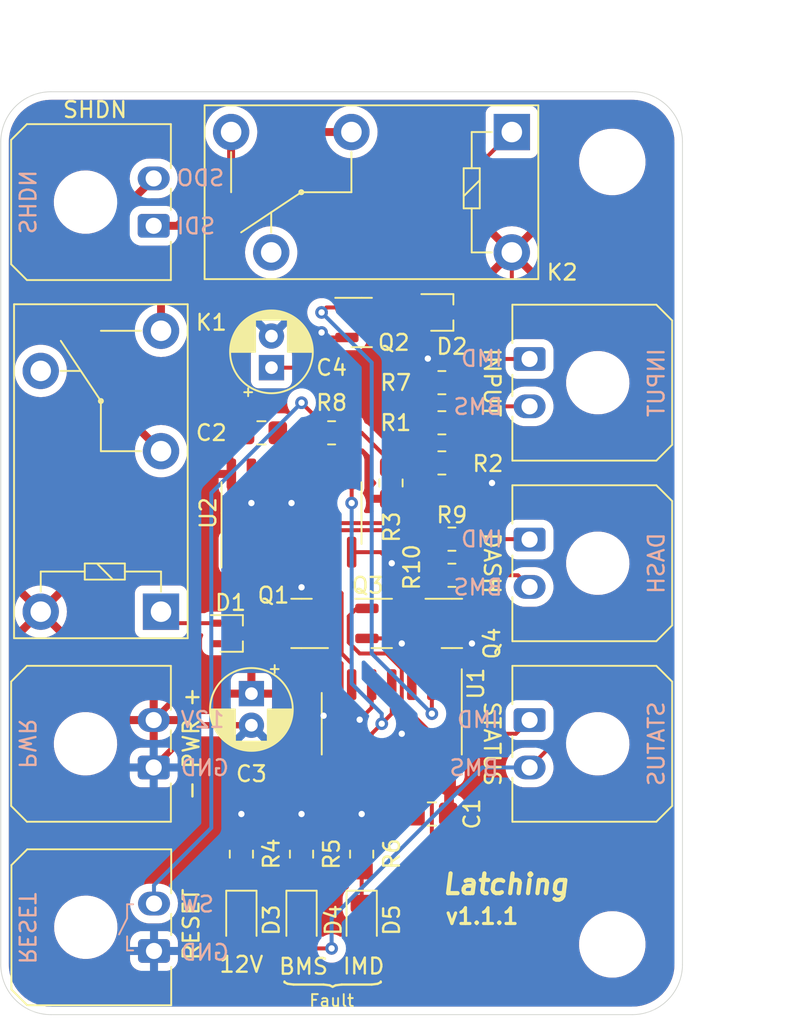
<source format=kicad_pcb>
(kicad_pcb (version 20211014) (generator pcbnew)
  (title_block (title "Latch Circuit") (date "2023-04-04") (rev "1.1.1") (company "SUFST - Southampton University Formula Student Team") (comment 1 "STAG 9") (comment 2 "Tim Brewis") (comment 3 "Max O'Brien"))
  (layers (0 "F.Cu" signal) (31 "B.Cu" signal) (34 "B.Paste" user) (35 "F.Paste" user) (36 "B.SilkS" user "B.Silkscreen") (37 "F.SilkS" user "F.Silkscreen") (38 "B.Mask" user) (39 "F.Mask" user) (44 "Edge.Cuts" user))
  (net 0 "")
  (net 1 "Net-(C4-Pad1)")
  (net 2 "GND")
  (net 3 "Net-(D1-Pad1)")
  (net 5 "+12V")
  (net 6 "Net-(D2-Pad1)")
  (net 8 "Net-(D3-Pad1)")
  (net 9 "/IMD_OK_LATCHED")
  (net 10 "Net-(D4-Pad1)")
  (net 11 "/BMS_FAULT_LATCHED")
  (net 12 "/IMD_FAULT_LATCHED")
  (net 13 "/IMD_OK")
  (net 14 "/SHUTDOWN_IN")
  (net 15 "/SHUTDOWN_OUT")
  (net 16 "Net-(K1-Pad3)")
  (net 19 "/POR")
  (net 20 "/BMS_FAULT")
  (net 21 "Net-(D5-Pad1)")
  (net 22 "Net-(J5-Pad1)")
  (net 23 "Net-(J5-Pad2)")
  (net 24 "/BMS_OK_LATCHED")
  (net 25 "Net-(R8-Pad2)")
  (net 28 "Net-(U1-Pad8)")
  (net 29 "Net-(U1-Pad6)")
  (net 30 "Net-(U2-Pad4)")
  (net 31 "Net-(Q3-Pad3)")
  (net 32 "Net-(Q4-Pad3)")
  (footprint "Resistor_SMD:R_0805_2012Metric_Pad1.20x1.40mm_HandSolder" (layer "F.Cu") (at 152.4 93.345 180)
    (fp_text reference "R8" (at 0 1.905 180) (layer "F.SilkS"))
    (fp_text value "220R")
    (pad "1" smd roundrect (at -1 0 180) (size 1.2 1.4) (layers "F.Cu" "F.Paste" "F.Mask") (roundrect_rratio 0.2083333333) (net 1 "Net-(C4-Pad1)"))
    (pad "2" smd roundrect (at 1 0 180) (size 1.2 1.4) (layers "F.Cu" "F.Paste" "F.Mask") (roundrect_rratio 0.2083333333) (net 25 "Net-(R8-Pad2)"))
  )
  (footprint "Resistor_SMD:R_0805_2012Metric_Pad1.20x1.40mm_HandSolder" (layer "F.Cu") (at 160.02 102.362)
    (fp_text reference "R10" (at -2.54 -0.508 90) (layer "F.SilkS"))
    (fp_text value "1k")
    (pad "1" smd roundrect (at -1 0) (size 1.2 1.4) (layers "F.Cu" "F.Paste" "F.Mask") (roundrect_rratio 0.2083333333) (net 32 "Net-(Q4-Pad3)"))
    (pad "2" smd roundrect (at 1 0) (size 1.2 1.4) (layers "F.Cu" "F.Paste" "F.Mask") (roundrect_rratio 0.2083333333) (net 23 "Net-(J5-Pad2)"))
  )
  (footprint "Resistor_SMD:R_0805_2012Metric_Pad1.20x1.40mm_HandSolder" (layer "F.Cu") (at 156.162064 96.52 -90)
    (fp_text reference "R3" (at 2.794 -0.047936 90) (layer "F.SilkS"))
    (fp_text value "10k")
    (pad "1" smd roundrect (at -1 0 270) (size 1.2 1.4) (layers "F.Cu" "F.Paste" "F.Mask") (roundrect_rratio 0.2083333333) (net 1 "Net-(C4-Pad1)"))
    (pad "2" smd roundrect (at 1 0 270) (size 1.2 1.4) (layers "F.Cu" "F.Paste" "F.Mask") (roundrect_rratio 0.2083333333) (net 5 "+12V"))
  )
  (footprint "Connector_Molex:Molex_Micro-Fit_3.0_43650-0200_1x02_P3.00mm_Horizontal" (layer "F.Cu") (at 141.13 114.53 90)
    (fp_text reference "J1" hide)
    (fp_text value "PWR" hide)
    (pad "" np_thru_hole circle (at 1.5 -4.32 90) (size 3 3) (drill 3) (layers *.Cu *.Mask))
    (pad "1" thru_hole roundrect (at 0 0 90) (size 1.5 2.02) (drill 1.02) (layers *.Cu *.Mask) (roundrect_rratio 0.1666673333) (net 2 "GND"))
    (pad "2" thru_hole oval (at 3 0 90) (size 1.5 2.02) (drill 1.02) (layers *.Cu *.Mask) (net 5 "+12V"))
  )
  (footprint "Package_TO_SOT_SMD:SOT-23" (layer "F.Cu") (at 160.02 105.41)
    (fp_text reference "Q4" (at 2.54 1.27 90) (layer "F.SilkS"))
    (fp_text value "XP262N7002TR-G")
    (pad "1" smd roundrect (at -0.9375 -0.95) (size 1.475 0.6) (layers "F.Cu" "F.Paste" "F.Mask") (net 11 "/BMS_FAULT_LATCHED"))
    (pad "2" smd roundrect (at -0.9375 0.95) (size 1.475 0.6) (layers "F.Cu" "F.Paste" "F.Mask") (net 2 "GND"))
    (pad "3" smd roundrect (at 0.9375 0) (size 1.475 0.6) (layers "F.Cu" "F.Paste" "F.Mask") (net 32 "Net-(Q4-Pad3)"))
  )
  (footprint "LED_SMD:LED_0805_2012Metric_Pad1.15x1.40mm_HandSolder" (layer "F.Cu") (at 150.495 124.19 -90)
    (fp_text reference "D4" (at 0 -2.0175 90) (layer "F.SilkS"))
    (fp_text value "LED")
    (pad "1" smd roundrect (at -1.025 0 270) (size 1.15 1.4) (layers "F.Cu" "F.Paste" "F.Mask") (roundrect_rratio 0.2173913043) (net 10 "Net-(D4-Pad1)"))
    (pad "2" smd roundrect (at 1.025 0 270) (size 1.15 1.4) (layers "F.Cu" "F.Paste" "F.Mask") (roundrect_rratio 0.2173913043) (net 11 "/BMS_FAULT_LATCHED"))
  )
  (footprint "Package_SO:SOIC-14_3.9x8.7mm_P1.27mm" (layer "F.Cu") (at 156.21 111.76 -90)
    (fp_text reference "U1" (at -2.54 -5.334 90) (layer "F.SilkS"))
    (fp_text value "4013")
    (pad "1" smd roundrect (at -2.475 -3.81 270) (size 1.95 0.6) (layers "F.Cu" "F.Paste" "F.Mask") (net 11 "/BMS_FAULT_LATCHED"))
    (pad "2" smd roundrect (at -2.475 -2.54 270) (size 1.95 0.6) (layers "F.Cu" "F.Paste" "F.Mask") (net 24 "/BMS_OK_LATCHED"))
    (pad "3" smd roundrect (at -2.475 -1.27 270) (size 1.95 0.6) (layers "F.Cu" "F.Paste" "F.Mask") (net 2 "GND"))
    (pad "4" smd roundrect (at -2.475 0 270) (size 1.95 0.6) (layers "F.Cu" "F.Paste" "F.Mask") (net 19 "/POR"))
    (pad "5" smd roundrect (at -2.475 1.27 270) (size 1.95 0.6) (layers "F.Cu" "F.Paste" "F.Mask") (net 2 "GND"))
    (pad "6" smd roundrect (at -2.475 2.54 270) (size 1.95 0.6) (layers "F.Cu" "F.Paste" "F.Mask") (net 29 "Net-(U1-Pad6)"))
    (pad "7" smd roundrect (at -2.475 3.81 270) (size 1.95 0.6) (layers "F.Cu" "F.Paste" "F.Mask") (net 2 "GND"))
    (pad "8" smd roundrect (at 2.475 3.81 270) (size 1.95 0.6) (layers "F.Cu" "F.Paste" "F.Mask") (net 28 "Net-(U1-Pad8)"))
    (pad "9" smd roundrect (at 2.475 2.54 270) (size 1.95 0.6) (layers "F.Cu" "F.Paste" "F.Mask") (net 2 "GND"))
    (pad "10" smd roundrect (at 2.475 1.27 270) (size 1.95 0.6) (layers "F.Cu" "F.Paste" "F.Mask") (net 19 "/POR"))
    (pad "11" smd roundrect (at 2.475 0 270) (size 1.95 0.6) (layers "F.Cu" "F.Paste" "F.Mask") (net 2 "GND"))
    (pad "12" smd roundrect (at 2.475 -1.27 270) (size 1.95 0.6) (layers "F.Cu" "F.Paste" "F.Mask") (net 9 "/IMD_OK_LATCHED"))
    (pad "13" smd roundrect (at 2.475 -2.54 270) (size 1.95 0.6) (layers "F.Cu" "F.Paste" "F.Mask") (net 12 "/IMD_FAULT_LATCHED"))
    (pad "14" smd roundrect (at 2.475 -3.81 270) (size 1.95 0.6) (layers "F.Cu" "F.Paste" "F.Mask") (net 5 "+12V"))
  )
  (footprint "Resistor_SMD:R_0805_2012Metric_Pad1.20x1.40mm_HandSolder" (layer "F.Cu") (at 154.305 120.015 90)
    (fp_text reference "R6" (at 0.016 1.905 90) (layer "F.SilkS"))
    (fp_text value "3k3")
    (pad "1" smd roundrect (at -1 0 90) (size 1.2 1.4) (layers "F.Cu" "F.Paste" "F.Mask") (roundrect_rratio 0.2083333333) (net 21 "Net-(D5-Pad1)"))
    (pad "2" smd roundrect (at 1 0 90) (size 1.2 1.4) (layers "F.Cu" "F.Paste" "F.Mask") (roundrect_rratio 0.2083333333) (net 2 "GND"))
  )
  (footprint "Connector_Molex:Molex_Micro-Fit_3.0_43650-0200_1x02_P3.00mm_Horizontal" (layer "F.Cu") (at 164.94 111.53 -90)
    (fp_text reference "J3" hide)
    (fp_text value "Status" hide)
    (pad "" np_thru_hole circle (at 1.5 -4.32 270) (size 3 3) (drill 3) (layers *.Cu *.Mask))
    (pad "1" thru_hole roundrect (at 0 0 270) (size 1.5 2.02) (drill 1.02) (layers *.Cu *.Mask) (roundrect_rratio 0.1666673333) (net 12 "/IMD_FAULT_LATCHED"))
    (pad "2" thru_hole oval (at 3 0 270) (size 1.5 2.02) (drill 1.02) (layers *.Cu *.Mask) (net 11 "/BMS_FAULT_LATCHED"))
  )
  (footprint "Resistor_SMD:R_0805_2012Metric_Pad1.20x1.40mm_HandSolder" (layer "F.Cu") (at 160.02 100.076)
    (fp_text reference "R9" (at 0 -1.524) (layer "F.SilkS"))
    (fp_text value "1k")
    (pad "1" smd roundrect (at -1 0) (size 1.2 1.4) (layers "F.Cu" "F.Paste" "F.Mask") (roundrect_rratio 0.2083333333) (net 31 "Net-(Q3-Pad3)"))
    (pad "2" smd roundrect (at 1 0) (size 1.2 1.4) (layers "F.Cu" "F.Paste" "F.Mask") (roundrect_rratio 0.2083333333) (net 22 "Net-(J5-Pad1)"))
  )
  (footprint "LED_SMD:LED_0805_2012Metric_Pad1.15x1.40mm_HandSolder" (layer "F.Cu") (at 146.685 124.19 -90)
    (fp_text reference "D3" (at 0 -1.905 90) (layer "F.SilkS"))
    (fp_text value "LED")
    (pad "1" smd roundrect (at -1.025 0 270) (size 1.15 1.4) (layers "F.Cu" "F.Paste" "F.Mask") (roundrect_rratio 0.2173913043) (net 8 "Net-(D3-Pad1)"))
    (pad "2" smd roundrect (at 1.025 0 270) (size 1.15 1.4) (layers "F.Cu" "F.Paste" "F.Mask") (roundrect_rratio 0.2173913043) (net 5 "+12V"))
  )
  (footprint "Connector_Molex:Molex_Micro-Fit_3.0_43650-0200_1x02_P3.00mm_Horizontal" (layer "F.Cu") (at 141.13 80.24 90)
    (fp_text reference "J4" hide)
    (fp_text value "Shutdown" hide)
    (pad "" np_thru_hole circle (at 1.5 -4.32 90) (size 3 3) (drill 3) (layers *.Cu *.Mask))
    (pad "1" thru_hole roundrect (at 0 0 90) (size 1.5 2.02) (drill 1.02) (layers *.Cu *.Mask) (roundrect_rratio 0.1666673333) (net 14 "/SHUTDOWN_IN"))
    (pad "2" thru_hole oval (at 3 0 90) (size 1.5 2.02) (drill 1.02) (layers *.Cu *.Mask) (net 15 "/SHUTDOWN_OUT"))
  )
  (footprint "Package_TO_SOT_SMD:SOT-23" (layer "F.Cu") (at 154.305 86.36)
    (fp_text reference "Q2" (at 2.032 1.27) (layer "F.SilkS"))
    (fp_text value "XP262N7002TR-G")
    (pad "1" smd roundrect (at -0.9375 -0.95) (size 1.475 0.6) (layers "F.Cu" "F.Paste" "F.Mask") (net 24 "/BMS_OK_LATCHED"))
    (pad "2" smd roundrect (at -0.9375 0.95) (size 1.475 0.6) (layers "F.Cu" "F.Paste" "F.Mask") (net 2 "GND"))
    (pad "3" smd roundrect (at 0.9375 0) (size 1.475 0.6) (layers "F.Cu" "F.Paste" "F.Mask") (net 6 "Net-(D2-Pad1)"))
  )
  (footprint "Resistor_SMD:R_0805_2012Metric_Pad1.20x1.40mm_HandSolder" (layer "F.Cu") (at 159.385 92.71)
    (fp_text reference "R1" (at -2.921 0) (layer "F.SilkS"))
    (fp_text value "10k")
    (pad "1" smd roundrect (at -1 0) (size 1.2 1.4) (layers "F.Cu" "F.Paste" "F.Mask") (roundrect_rratio 0.2083333333) (net 5 "+12V"))
    (pad "2" smd roundrect (at 1 0) (size 1.2 1.4) (layers "F.Cu" "F.Paste" "F.Mask") (roundrect_rratio 0.2083333333) (net 20 "/BMS_FAULT"))
  )
  (footprint "Package_TO_SOT_SMD:SOT-23" (layer "F.Cu") (at 150.495 105.41 180)
    (fp_text reference "Q1" (at 1.778 1.778) (layer "F.SilkS"))
    (fp_text value "XP262N7002TR-G")
    (pad "1" smd roundrect (at -0.9375 -0.95 180) (size 1.475 0.6) (layers "F.Cu" "F.Paste" "F.Mask") (net 9 "/IMD_OK_LATCHED"))
    (pad "2" smd roundrect (at -0.9375 0.95 180) (size 1.475 0.6) (layers "F.Cu" "F.Paste" "F.Mask") (net 2 "GND"))
    (pad "3" smd roundrect (at 0.9375 0 180) (size 1.475 0.6) (layers "F.Cu" "F.Paste" "F.Mask") (net 3 "Net-(D1-Pad1)"))
  )
  (footprint "Resistor_SMD:R_0805_2012Metric_Pad1.20x1.40mm_HandSolder" (layer "F.Cu") (at 146.685 120.015 90)
    (fp_text reference "R4" (at 0.016 1.905 90) (layer "F.SilkS"))
    (fp_text value "3k3")
    (pad "1" smd roundrect (at -1 0 90) (size 1.2 1.4) (layers "F.Cu" "F.Paste" "F.Mask") (roundrect_rratio 0.2083333333) (net 8 "Net-(D3-Pad1)"))
    (pad "2" smd roundrect (at 1 0 90) (size 1.2 1.4) (layers "F.Cu" "F.Paste" "F.Mask") (roundrect_rratio 0.2083333333) (net 2 "GND"))
  )
  (footprint "Resistor_SMD:R_0805_2012Metric_Pad1.20x1.40mm_HandSolder" (layer "F.Cu") (at 150.495 120.015 90)
    (fp_text reference "R5" (at 0 1.905 90) (layer "F.SilkS"))
    (fp_text value "3k3")
    (pad "1" smd roundrect (at -1 0 90) (size 1.2 1.4) (layers "F.Cu" "F.Paste" "F.Mask") (roundrect_rratio 0.2083333333) (net 10 "Net-(D4-Pad1)"))
    (pad "2" smd roundrect (at 1 0 90) (size 1.2 1.4) (layers "F.Cu" "F.Paste" "F.Mask") (roundrect_rratio 0.2083333333) (net 2 "GND"))
  )
  (footprint "Resistor_SMD:R_0805_2012Metric_Pad1.20x1.40mm_HandSolder" (layer "F.Cu") (at 159.385 95.25)
    (fp_text reference "R2" (at 2.921 0.053936) (layer "F.SilkS"))
    (fp_text value "10k")
    (pad "1" smd roundrect (at -1 0) (size 1.2 1.4) (layers "F.Cu" "F.Paste" "F.Mask") (roundrect_rratio 0.2083333333) (net 5 "+12V"))
    (pad "2" smd roundrect (at 1 0) (size 1.2 1.4) (layers "F.Cu" "F.Paste" "F.Mask") (roundrect_rratio 0.2083333333) (net 2 "GND"))
  )
  (footprint "Connector_Molex:Molex_Micro-Fit_3.0_43650-0200_1x02_P3.00mm_Horizontal" (layer "F.Cu") (at 141.15 126.145 90)
    (fp_text reference "SW1" hide)
    (fp_text value "Reset" hide)
    (pad "" np_thru_hole circle (at 1.5 -4.32 90) (size 3 3) (drill 3) (layers *.Cu *.Mask))
    (pad "1" thru_hole roundrect (at 0 0 90) (size 1.5 2.02) (drill 1.02) (layers *.Cu *.Mask) (roundrect_rratio 0.1666673333) (net 2 "GND"))
    (pad "2" thru_hole oval (at 3 0 90) (size 1.5 2.02) (drill 1.02) (layers *.Cu *.Mask) (net 25 "Net-(R8-Pad2)"))
  )
  (footprint "Connector_Molex:Molex_Micro-Fit_3.0_43650-0200_1x02_P3.00mm_Horizontal" (layer "F.Cu") (at 164.94 88.67 -90)
    (fp_text reference "J2" hide)
    (fp_text value "IN" hide)
    (pad "" np_thru_hole circle (at 1.5 -4.32 270) (size 3 3) (drill 3) (layers *.Cu *.Mask))
    (pad "1" thru_hole roundrect (at 0 0 270) (size 1.5 2.02) (drill 1.02) (layers *.Cu *.Mask) (roundrect_rratio 0.1666673333) (net 13 "/IMD_OK"))
    (pad "2" thru_hole oval (at 3 0 270) (size 1.5 2.02) (drill 1.02) (layers *.Cu *.Mask) (net 20 "/BMS_FAULT"))
  )
  (footprint "Package_TO_SOT_SMD:SOT-323_SC-70" (layer "F.Cu") (at 159.385 85.725)
    (fp_text reference "D2" (at 0.635 2.159 180) (layer "F.SilkS"))
    (fp_text value "BAT54W")
    (pad "1" smd rect (at -1 -0.65 270) (size 0.45 0.7) (layers "F.Cu" "F.Paste" "F.Mask") (net 6 "Net-(D2-Pad1)"))
    (pad "2" smd rect (at -1 0.65 270) (size 0.45 0.7) (layers "F.Cu" "F.Paste" "F.Mask"))
    (pad "3" smd rect (at 1 0 270) (size 0.45 0.7) (layers "F.Cu" "F.Paste" "F.Mask") (net 5 "+12V"))
  )
  (footprint "Capacitor_SMD:C_0805_2012Metric_Pad1.18x1.45mm_HandSolder" (layer "F.Cu") (at 158.75 117.475 180)
    (fp_text reference "C1" (at -2.54 0 90) (layer "F.SilkS"))
    (fp_text value "100n")
    (pad "1" smd roundrect (at -1.0375 0 180) (size 1.175 1.45) (layers "F.Cu" "F.Paste" "F.Mask") (roundrect_rratio 0.2127659574) (net 5 "+12V"))
    (pad "2" smd roundrect (at 1.0375 0 180) (size 1.175 1.45) (layers "F.Cu" "F.Paste" "F.Mask") (roundrect_rratio 0.2127659574) (net 2 "GND"))
  )
  (footprint "Relay_THT:Relay_SPDT_Omron-G5Q-1" (layer "F.Cu") (at 141.595 104.667 90)
    (fp_text reference "K1" (at 18.307 3.185) (layer "F.SilkS"))
    (fp_text value "G5Q-1EU DC12")
    (pad "1" thru_hole rect (at 0 0 270) (size 2.3 2.3) (drill 1.3) (layers *.Cu *.Mask) (net 3 "Net-(D1-Pad1)"))
    (pad "2" thru_hole circle (at 10.16 0 270) (size 2.3 2.3) (drill 1.3) (layers *.Cu *.Mask) (net 15 "/SHUTDOWN_OUT"))
    (pad "3" thru_hole circle (at 17.78 0 270) (size 2.3 2.3) (drill 1.3) (layers *.Cu *.Mask) (net 16 "Net-(K1-Pad3)"))
    (pad "4" thru_hole circle (at 15.24 -7.62 270) (size 2.3 2.3) (drill 1.3) (layers *.Cu *.Mask))
    (pad "5" thru_hole circle (at 0 -7.62 270) (size 2.3 2.3) (drill 1.3) (layers *.Cu *.Mask) (net 5 "+12V"))
  )
  (footprint "Relay_THT:Relay_SPDT_Omron-G5Q-1" (layer "F.Cu") (at 163.815 74.305 180)
    (fp_text reference "K2" (at -3.19 -8.88) (layer "F.SilkS"))
    (fp_text value "G5Q-1EU DC12")
    (pad "1" thru_hole rect (at 0 0) (size 2.3 2.3) (drill 1.3) (layers *.Cu *.Mask) (net 6 "Net-(D2-Pad1)"))
    (pad "2" thru_hole circle (at 10.16 0) (size 2.3 2.3) (drill 1.3) (layers *.Cu *.Mask) (net 16 "Net-(K1-Pad3)"))
    (pad "3" thru_hole circle (at 17.78 0) (size 2.3 2.3) (drill 1.3) (layers *.Cu *.Mask) (net 14 "/SHUTDOWN_IN"))
    (pad "4" thru_hole circle (at 15.24 -7.62) (size 2.3 2.3) (drill 1.3) (layers *.Cu *.Mask))
    (pad "5" thru_hole circle (at 0 -7.62) (size 2.3 2.3) (drill 1.3) (layers *.Cu *.Mask) (net 5 "+12V"))
  )
  (footprint "Package_SO:SOIC-14_3.9x8.7mm_P1.27mm" (layer "F.Cu") (at 149.86 98.425 90)
    (fp_text reference "U2" (at 0 -5.28 90) (layer "F.SilkS"))
    (fp_text value "40106")
    (pad "1" smd roundrect (at -2.475 -3.81 90) (size 1.95 0.6) (layers "F.Cu" "F.Paste" "F.Mask") (net 13 "/IMD_OK"))
    (pad "2" smd roundrect (at -2.475 -2.54 90) (size 1.95 0.6) (layers "F.Cu" "F.Paste" "F.Mask") (net 28 "Net-(U1-Pad8)"))
    (pad "3" smd roundrect (at -2.475 -1.27 90) (size 1.95 0.6) (layers "F.Cu" "F.Paste" "F.Mask") (net 20 "/BMS_FAULT"))
    (pad "4" smd roundrect (at -2.475 0 90) (size 1.95 0.6) (layers "F.Cu" "F.Paste" "F.Mask") (net 30 "Net-(U2-Pad4)"))
    (pad "5" smd roundrect (at -2.475 1.27 90) (size 1.95 0.6) (layers "F.Cu" "F.Paste" "F.Mask") (net 30 "Net-(U2-Pad4)"))
    (pad "6" smd roundrect (at -2.475 2.54 90) (size 1.95 0.6) (layers "F.Cu" "F.Paste" "F.Mask") (net 29 "Net-(U1-Pad6)"))
    (pad "7" smd roundrect (at -2.475 3.81 90) (size 1.95 0.6) (layers "F.Cu" "F.Paste" "F.Mask") (net 2 "GND"))
    (pad "8" smd roundrect (at 2.475 3.81 90) (size 1.95 0.6) (layers "F.Cu" "F.Paste" "F.Mask") (net 19 "/POR"))
    (pad "9" smd roundrect (at 2.475 2.54 90) (size 1.95 0.6) (layers "F.Cu" "F.Paste" "F.Mask") (net 1 "Net-(C4-Pad1)"))
    (pad "10" smd roundrect (at 2.475 1.27 90) (size 1.95 0.6) (layers "F.Cu" "F.Paste" "F.Mask"))
    (pad "11" smd roundrect (at 2.475 0 90) (size 1.95 0.6) (layers "F.Cu" "F.Paste" "F.Mask") (net 2 "GND"))
    (pad "12" smd roundrect (at 2.475 -1.27 90) (size 1.95 0.6) (layers "F.Cu" "F.Paste" "F.Mask"))
    (pad "13" smd roundrect (at 2.475 -2.54 90) (size 1.95 0.6) (layers "F.Cu" "F.Paste" "F.Mask") (net 2 "GND"))
    (pad "14" smd roundrect (at 2.475 -3.81 90) (size 1.95 0.6) (layers "F.Cu" "F.Paste" "F.Mask") (net 5 "+12V"))
  )
  (footprint "Capacitor_THT:CP_Radial_D5.0mm_P2.00mm" (layer "F.Cu") (at 148.59 89.220113 90)
    (fp_text reference "C4" (at 0 3.81 180) (layer "F.SilkS"))
    (fp_text value "10u")
    (pad "1" thru_hole rect (at 0 0 90) (size 1.6 1.6) (drill 0.8) (layers *.Cu *.Mask) (net 1 "Net-(C4-Pad1)"))
    (pad "2" thru_hole circle (at 2 0 90) (size 1.6 1.6) (drill 0.8) (layers *.Cu *.Mask) (net 2 "GND"))
  )
  (footprint "Resistor_SMD:R_0805_2012Metric_Pad1.20x1.40mm_HandSolder" (layer "F.Cu") (at 159.385 90.17)
    (fp_text reference "R7" (at -2.921 0) (layer "F.SilkS"))
    (fp_text value "2k2")
    (pad "1" smd roundrect (at -1 0) (size 1.2 1.4) (layers "F.Cu" "F.Paste" "F.Mask") (roundrect_rratio 0.2083333333) (net 2 "GND"))
    (pad "2" smd roundrect (at 1 0) (size 1.2 1.4) (layers "F.Cu" "F.Paste" "F.Mask") (roundrect_rratio 0.2083333333) (net 13 "/IMD_OK"))
  )
  (footprint "Connector_Molex:Molex_Micro-Fit_3.0_43650-0200_1x02_P3.00mm_Horizontal" (layer "F.Cu") (at 164.94 100.1 -90)
    (fp_text reference "J5" hide)
    (fp_text value "LEDs")
    (pad "" np_thru_hole circle (at 1.5 -4.32 270) (size 3 3) (drill 3) (layers *.Cu *.Mask))
    (pad "1" thru_hole roundrect (at 0 0 270) (size 1.5 2.02) (drill 1.02) (layers *.Cu *.Mask) (roundrect_rratio 0.1666673333) (net 22 "Net-(J5-Pad1)"))
    (pad "2" thru_hole oval (at 3 0 270) (size 1.5 2.02) (drill 1.02) (layers *.Cu *.Mask) (net 23 "Net-(J5-Pad2)"))
  )
  (footprint "MountingHole:MountingHole_3.2mm_M3" (layer "F.Cu") (at 170.18 76.2)
    (fp_text reference "H1" hide)
    (fp_text value "MountingHole")
    (pad "" np_thru_hole circle (at 0 0) (size 3.2 3.2) (drill 3.2) (layers *.Cu *.Mask))
  )
  (footprint "Capacitor_SMD:C_0805_2012Metric_Pad1.18x1.45mm_HandSolder" (layer "F.Cu") (at 147.955 93.345)
    (fp_text reference "C2" (at -3.175 0) (layer "F.SilkS"))
    (fp_text value "100n")
    (pad "1" smd roundrect (at -1.0375 0) (size 1.175 1.45) (layers "F.Cu" "F.Paste" "F.Mask") (roundrect_rratio 0.2127659574) (net 5 "+12V"))
    (pad "2" smd roundrect (at 1.0375 0) (size 1.175 1.45) (layers "F.Cu" "F.Paste" "F.Mask") (roundrect_rratio 0.2127659574) (net 2 "GND"))
  )
  (footprint "LED_SMD:LED_0805_2012Metric_Pad1.15x1.40mm_HandSolder" (layer "F.Cu") (at 154.305 124.19 -90)
    (fp_text reference "D5" (at 0 -1.905 90) (layer "F.SilkS"))
    (fp_text value "LED")
    (pad "1" smd roundrect (at -1.025 0 270) (size 1.15 1.4) (layers "F.Cu" "F.Paste" "F.Mask") (roundrect_rratio 0.2173913043) (net 21 "Net-(D5-Pad1)"))
    (pad "2" smd roundrect (at 1.025 0 270) (size 1.15 1.4) (layers "F.Cu" "F.Paste" "F.Mask") (roundrect_rratio 0.2173913043) (net 12 "/IMD_FAULT_LATCHED"))
  )
  (footprint "Package_TO_SOT_SMD:SOT-323_SC-70" (layer "F.Cu") (at 146.05 106.045)
    (fp_text reference "D1" (at -0.05 -1.95) (layer "F.SilkS"))
    (fp_text value "BAT54W")
    (pad "1" smd rect (at -1 -0.65 270) (size 0.45 0.7) (layers "F.Cu" "F.Paste" "F.Mask") (net 3 "Net-(D1-Pad1)"))
    (pad "2" smd rect (at -1 0.65 270) (size 0.45 0.7) (layers "F.Cu" "F.Paste" "F.Mask"))
    (pad "3" smd rect (at 1 0 270) (size 0.45 0.7) (layers "F.Cu" "F.Paste" "F.Mask") (net 5 "+12V"))
  )
  (footprint "MountingHole:MountingHole_3.2mm_M3" (layer "F.Cu") (at 170.18 125.73)
    (fp_text reference "H2" hide)
    (fp_text value "MountingHole")
    (pad "" np_thru_hole circle (at 0 0) (size 3.2 3.2) (drill 3.2) (layers *.Cu *.Mask))
  )
  (footprint "Capacitor_THT:CP_Radial_D5.0mm_P2.00mm" (layer "F.Cu") (at 147.32 109.855 -90)
    (fp_text reference "C3" (at 5.08 0 180) (layer "F.SilkS"))
    (fp_text value "100u")
    (pad "1" thru_hole rect (at 0 0 270) (size 1.6 1.6) (drill 0.8) (layers *.Cu *.Mask) (net 5 "+12V"))
    (pad "2" thru_hole circle (at 2 0 270) (size 1.6 1.6) (drill 0.8) (layers *.Cu *.Mask) (net 2 "GND"))
  )
  (footprint "Package_TO_SOT_SMD:SOT-23" (layer "F.Cu") (at 155.575 105.41)
    (fp_text reference "Q3" (at -0.889 -2.4) (layer "F.SilkS"))
    (fp_text value "XP262N7002TR-G")
    (pad "1" smd roundrect (at -0.9375 -0.95) (size 1.475 0.6) (layers "F.Cu" "F.Paste" "F.Mask") (net 12 "/IMD_FAULT_LATCHED"))
    (pad "2" smd roundrect (at -0.9375 0.95) (size 1.475 0.6) (layers "F.Cu" "F.Paste" "F.Mask") (net 2 "GND"))
    (pad "3" smd roundrect (at 0.9375 0) (size 1.475 0.6) (layers "F.Cu" "F.Paste" "F.Mask") (net 31 "Net-(Q3-Pad3)"))
  )
  (gr_line (start 138.938 125.095) (end 139.446 124.079) (layer "B.SilkS") (width 0.12))
  (gr_line (start 139.446 126.111) (end 139.827 126.111) (layer "B.SilkS") (width 0.12))
  (gr_line (start 139.446 123.19) (end 139.827 123.19) (layer "B.SilkS") (width 0.12))
  (gr_line (start 139.446 125.222) (end 139.446 126.111) (layer "B.SilkS") (width 0.12))
  (gr_line (start 139.446 124.079) (end 139.446 123.19) (layer "B.SilkS") (width 0.12))
  (gr_arc (start 134.62 130.175) (mid 132.374936 129.245064) (end 131.445 127) (layer "Edge.Cuts") (width 0.05))
  (gr_line (start 131.445 74.93) (end 131.445 127) (layer "Edge.Cuts") (width 0.05))
  (gr_arc (start 174.625 127) (mid 173.695064 129.245064) (end 171.45 130.175) (layer "Edge.Cuts") (width 0.05))
  (gr_line (start 134.62 130.175) (end 171.45 130.175) (layer "Edge.Cuts") (width 0.05))
  (gr_line (start 134.62 71.755) (end 171.45 71.755) (layer "Edge.Cuts") (width 0.05))
  (gr_arc (start 171.45 71.755) (mid 173.695064 72.684936) (end 174.625 74.93) (layer "Edge.Cuts") (width 0.05))
  (gr_arc (start 131.445 74.93) (mid 132.374936 72.684936) (end 134.62 71.755) (layer "Edge.Cuts") (width 0.05))
  (gr_line (start 174.625 74.93) (end 174.625 127) (layer "Edge.Cuts") (width 0.05))
  (gr_text "RESET" (at 133.096 124.714 270) (layer "B.SilkS") (effects (font (size 1 1)) (justify mirror)))
  (gr_text "SHDN" (at 133.096 78.74 270) (layer "B.SilkS") (effects (font (size 1 1)) (justify mirror)))
  (gr_text "INPUT" (at 172.974 90.17 90) (layer "B.SilkS") (effects (font (size 1 1)) (justify mirror)))
  (gr_text "IMD" (at 163.322 88.646) (layer "B.SilkS") (effects (font (size 1 1)) (justify left mirror)))
  (gr_text "BMS" (at 163.322 91.694) (layer "B.SilkS") (effects (font (size 1 1)) (justify left mirror)))
  (gr_text "IMD" (at 163.068 111.506) (layer "B.SilkS") (effects (font (size 1 1)) (justify left mirror)))
  (gr_text "GND" (at 142.748 126.238) (layer "B.SilkS") (effects (font (size 1 1)) (justify right mirror)))
  (gr_text "IMD" (at 163.322 100.076) (layer "B.SilkS") (effects (font (size 1 1)) (justify left mirror)))
  (gr_text "DASH" (at 172.974 101.6 90) (layer "B.SilkS") (effects (font (size 1 1)) (justify mirror)))
  (gr_text "BMS" (at 163.322 103.124) (layer "B.SilkS") (effects (font (size 1 1)) (justify left mirror)))
  (gr_text "12V" (at 142.748 111.506) (layer "B.SilkS") (effects (font (size 1 1)) (justify right mirror)))
  (gr_text "BMS" (at 163.068 114.554) (layer "B.SilkS") (effects (font (size 1 1)) (justify left mirror)))
  (gr_text "SDI" (at 142.494 80.264) (layer "B.SilkS") (effects (font (size 1 1)) (justify right mirror)))
  (gr_text "SW" (at 142.748 123.19) (layer "B.SilkS") (effects (font (size 1 1)) (justify right mirror)))
  (gr_text "GND" (at 142.748 114.554) (layer "B.SilkS") (effects (font (size 1 1)) (justify right mirror)))
  (gr_text "STATUS" (at 172.974 113.03 90) (layer "B.SilkS") (effects (font (size 1 1)) (justify mirror)))
  (gr_text "PWR" (at 133.096 113.03 270) (layer "B.SilkS") (effects (font (size 1 1)) (justify mirror)))
  (gr_text "SDO" (at 142.494 77.216) (layer "B.SilkS") (effects (font (size 1 1)) (justify right mirror)))
  (gr_text "STATUS" (at 162.56 113.03 270) (layer "F.SilkS") (effects (font (size 1 1))))
  (gr_text "Fault" (at 152.4 129.286) (layer "F.SilkS") (effects (font (size 0.75 0.75) (thickness 0.12))))
  (gr_text "IMD" (at 154.432 127.111) (layer "F.SilkS") (effects (font (size 1 1))))
  (gr_text "- PWR +" (at 143.51 113.03 90) (layer "F.SilkS") (effects (font (size 1 1))))
  (gr_text "SHDN" (at 137.414 72.898) (layer "F.SilkS") (effects (font (size 1 1))))
  (gr_text "DASH" (at 162.56 101.6 270) (layer "F.SilkS") (effects (font (size 1 1))))
  (gr_text "12V" (at 146.685 127) (layer "F.SilkS") (effects (font (size 1 1))))
  (gr_text "{" (at 152.146 128.27 90) (layer "F.SilkS") (effects (font (size 4 1))))
  (gr_text "BMS" (at 150.622 127.127) (layer "F.SilkS") (effects (font (size 1 1))))
  (gr_text "RESET" (at 143.51 124.46 90) (layer "F.SilkS") (effects (font (size 1 1))))
  (gr_text "INPUT" (at 162.56 90.17 270) (layer "F.SilkS") (effects (font (size 1 1))))
  (gr_text "Latching" (at 163.449 121.92) (layer "F.SilkS") (effects (font (size 1.25 1.25) (thickness 0.27) italic)))
  (gr_text "v1.1.1" (at 161.925 123.952) (layer "F.SilkS") (effects (font (size 1 1) (thickness 0.2))))
  (segment (start 152.4 94.345) (end 153.4 93.345) (width 0.25) (layer "F.Cu") (net 1))
  (segment (start 154.305 93.345) (end 153.4 93.345) (width 0.25) (layer "F.Cu") (net 1))
  (segment (start 153.4 92.44) (end 153.4 93.345) (width 0.25) (layer "F.Cu") (net 1))
  (segment (start 152.4 95.95) (end 152.4 94.345) (width 0.25) (layer "F.Cu") (net 1))
  (segment (start 156.162064 95.52) (end 156.162064 95.202064) (width 0.25) (layer "F.Cu") (net 1))
  (segment (start 150.180113 89.220113) (end 153.4 92.44) (width 0.25) (layer "F.Cu") (net 1))
  (segment (start 156.162064 95.202064) (end 154.305 93.345) (width 0.25) (layer "F.Cu") (net 1))
  (segment (start 148.59 89.220113) (end 150.180113 89.220113) (width 0.25) (layer "F.Cu") (net 1))
  (segment (start 156.21 113.03) (end 156.845 112.395) (width 0.25) (layer "F.Cu") (net 2))
  (segment (start 161.29 95.25) (end 160.385 95.25) (width 0.25) (layer "F.Cu") (net 2))
  (segment (start 150.495 103.5225) (end 151.4325 104.46) (width 0.25) (layer "F.Cu") (net 2))
  (segment (start 152.4 109.285) (end 152.4 110.744) (width 0.25) (layer "F.Cu") (net 2))
  (segment (start 153.67 100.9) (end 155.51 100.9) (width 0.25) (layer "F.Cu") (net 2))
  (segment (start 141.13 114.53) (end 143.805 111.855) (width 0.4) (layer "F.Cu") (net 2))
  (segment (start 154.94 110.744) (end 154.94 109.285) (width 0.25) (layer "F.Cu") (net 2))
  (segment (start 152.4 110.744) (end 151.892 111.252) (width 0.25) (layer "F.Cu") (net 2))
  (segment (start 159.0825 106.36) (end 160.97 106.36) (width 0.25) (layer "F.Cu") (net 2))
  (segment (start 153.67 114.235) (end 153.67 112.014) (width 0.25) (layer "F.Cu") (net 2))
  (segment (start 150.495 119.015) (end 150.495 117.475) (width 0.25) (layer "F.Cu") (net 2))
  (segment (start 154.305 119.015) (end 154.305 117.475) (width 0.25) (layer "F.Cu") (net 2))
  (segment (start 143.805 111.855) (end 147.32 111.855) (width 0.4) (layer "F.Cu") (net 2))
  (segment (start 156.21 114.235) (end 156.21 113.03) (width 0.25) (layer "F.Cu") (net 2))
  (segment (start 154.178 111.506) (end 154.94 110.744) (width 0.25) (layer "F.Cu") (net 2))
  (segment (start 146.685 119.015) (end 146.685 117.475) (width 0.25) (layer "F.Cu") (net 2))
  (segment (start 156.845 106.68) (end 157.48 107.315) (width 0.25) (layer "F.Cu") (net 2))
  (segment (start 160.97 106.36) (end 161.29 106.68) (width 0.25) (layer "F.Cu") (net 2))
  (segment (start 149.86 97.79) (end 149.86 95.95) (width 0.25) (layer "F.Cu") (net 2))
  (segment (start 153.3675 87.31) (end 152.08 87.31) (width 0.25) (layer "F.Cu") (net 2))
  (segment (start 149.86 95.95) (end 149.86 94.2125) (width 0.25) (layer "F.Cu") (net 2))
  (segment (start 149.86 94.2125) (end 148.9925 93.345) (width 0.25) (layer "F.Cu") (net 2))
  (segment (start 158.496 90.059) (end 158.385 90.17) (width 0.25) (layer "F.Cu") (net 2))
  (segment (start 155.51 100.9) (end 156.21 101.6) (width 0.25) (layer "F.Cu") (net 2))
  (segment (start 147.32 97.79) (end 147.32 95.95) (width 0.25) (layer "F.Cu") (net 2))
  (segment (start 156.525 106.36) (end 156.845 106.68) (width 0.25) (layer "F.Cu") (net 2))
  (segment (start 154.305 117.475) (end 157.7125 117.475) (width 0.25) (layer "F.Cu") (net 2))
  (segment (start 152.08 87.31) (end 151.765 86.995) (width 0.25) (layer "F.Cu") (net 2))
  (segment (start 162.56 96.52) (end 161.29 95.25) (width 0.25) (layer "F.Cu") (net 2))
  (segment (start 150.495 103.124) (end 150.495 103.5225) (width 0.25) (layer "F.Cu") (net 2))
  (segment (start 158.496 88.646) (end 158.496 90.059) (width 0.25) (layer "F.Cu") (net 2))
  (segment (start 157.48 107.315) (end 157.48 109.285) (width 0.25) (layer "F.Cu") (net 2))
  (segment (start 154.6375 106.36) (end 156.525 106.36) (width 0.25) (layer "F.Cu") (net 2))
  (segment (start 153.67 112.014) (end 154.178 111.506) (width 0.25) (layer "F.Cu") (net 2))
  (via (at 161.29 106.68) (size 0.8) (drill 0.4) (layers "F.Cu" "B.Cu") (net 2))
  (via (at 156.845 112.395) (size 0.8) (drill 0.4) (layers "F.Cu" "B.Cu") (net 2))
  (via (at 156.845 106.68) (size 0.8) (drill 0.4) (layers "F.Cu" "B.Cu") (net 2))
  (via (at 149.86 97.79) (size 0.8) (drill 0.4) (layers "F.Cu" "B.Cu") (net 2))
  (via (at 162.56 96.52) (size 0.8) (drill 0.4) (layers "F.Cu" "B.Cu") (net 2))
  (via (at 151.765 86.995) (size 0.8) (drill 0.4) (layers "F.Cu" "B.Cu") (net 2))
  (via (at 150.495 117.475) (size 0.8) (drill 0.4) (layers "F.Cu" "B.Cu") (net 2))
  (via (at 158.496 88.646) (size 0.8) (drill 0.4) (layers "F.Cu" "B.Cu") (net 2))
  (via (at 147.32 97.79) (size 0.8) (drill 0.4) (layers "F.Cu" "B.Cu") (net 2))
  (via (at 154.178 111.506) (size 0.8) (drill 0.4) (layers "F.Cu" "B.Cu") (net 2))
  (via (at 156.21 101.6) (size 0.8) (drill 0.4) (layers "F.Cu" "B.Cu") (net 2))
  (via (at 150.495 103.124) (size 0.8) (drill 0.4) (layers "F.Cu" "B.Cu") (net 2))
  (via (at 151.892 111.252) (size 0.8) (drill 0.4) (layers "F.Cu" "B.Cu") (net 2))
  (via (at 154.305 117.475) (size 0.8) (drill 0.4) (layers "F.Cu" "B.Cu") (net 2))
  (via (at 146.685 117.475) (size 0.8) (drill 0.4) (layers "F.Cu" "B.Cu") (net 2))
  (segment (start 145.05 105.395) (end 142.323 105.395) (width 0.25) (layer "F.Cu") (net 3))
  (segment (start 149.5425 105.395) (end 145.05 105.395) (width 0.25) (layer "F.Cu") (net 3))
  (segment (start 149.5575 105.41) (end 149.5425 105.395) (width 0.25) (layer "F.Cu") (net 3))
  (segment (start 142.323 105.395) (end 141.595 104.667) (width 0.25) (layer "F.Cu") (net 3))
  (segment (start 142.805 109.855) (end 141.13 111.53) (width 0.4) (layer "F.Cu") (net 5))
  (segment (start 160.02 117.2425) (end 159.7875 117.475) (width 0.25) (layer "F.Cu") (net 5))
  (segment (start 147.32 109.855) (end 142.805 109.855) (width 0.4) (layer "F.Cu") (net 5))
  (segment (start 161.925 85.725) (end 160.385 85.725) (width 0.25) (layer "F.Cu") (net 5))
  (segment (start 160.02 114.235) (end 160.02 117.2425) (width 0.25) (layer "F.Cu") (net 5))
  (segment (start 163.815 83.805) (end 163.83 83.82) (width 0.25) (layer "F.Cu") (net 5))
  (segment (start 145.415 107.95) (end 137.258 107.95) (width 0.25) (layer "F.Cu") (net 5))
  (segment (start 163.815 81.925) (end 163.815 83.805) (width 0.25) (layer "F.Cu") (net 5))
  (segment (start 146.05 95.95) (end 146.05 94.2125) (width 0.25) (layer "F.Cu") (net 5))
  (segment (start 146.05 94.2125) (end 146.9175 93.345) (width 0.25) (layer "F.Cu") (net 5))
  (segment (start 137.258 107.95) (end 133.975 104.667) (width 0.25) (layer "F.Cu") (net 5))
  (segment (start 158.385 95.25) (end 158.385 92.71) (width 0.25) (layer "F.Cu") (net 5))
  (segment (start 156.162064 97.472936) (end 158.385 95.25) (width 0.25) (layer "F.Cu") (net 5))
  (segment (start 163.83 83.82) (end 161.925 85.725) (width 0.25) (layer "F.Cu") (net 5))
  (segment (start 156.162064 97.52) (end 156.162064 97.472936) (width 0.25) (layer "F.Cu") (net 5))
  (segment (start 147.05 106.315) (end 145.415 107.95) (width 0.25) (layer "F.Cu") (net 5))
  (segment (start 147.05 106.045) (end 147.05 106.315) (width 0.25) (layer "F.Cu") (net 5))
  (segment (start 161.29 83.185) (end 161.29 76.83) (width 0.25) (layer "F.Cu") (net 6))
  (segment (start 161.29 76.83) (end 163.815 74.305) (width 0.25) (layer "F.Cu") (net 6))
  (segment (start 157.495 85.075) (end 156.21 86.36) (width 0.25) (layer "F.Cu") (net 6))
  (segment (start 158.385 85.075) (end 159.4 85.075) (width 0.25) (layer "F.Cu") (net 6))
  (segment (start 156.21 86.36) (end 155.2425 86.36) (width 0.25) (layer "F.Cu") (net 6))
  (segment (start 159.4 85.075) (end 161.29 83.185) (width 0.25) (layer "F.Cu") (net 6))
  (segment (start 158.385 85.075) (end 157.495 85.075) (width 0.25) (layer "F.Cu") (net 6))
  (segment (start 146.685 123.165) (end 146.685 121.015) (width 0.25) (layer "F.Cu") (net 8))
  (segment (start 151.765 116.205) (end 151.13 115.57) (width 0.25) (layer "F.Cu") (net 9))
  (segment (start 151.13 115.57) (end 151.13 106.6625) (width 0.25) (layer "F.Cu") (net 9))
  (segment (start 157.48 114.611751) (end 155.886751 116.205) (width 0.25) (layer "F.Cu") (net 9))
  (segment (start 151.13 106.6625) (end 151.4325 106.36) (width 0.25) (layer "F.Cu") (net 9))
  (segment (start 157.48 114.235) (end 157.48 114.611751) (width 0.25) (layer "F.Cu") (net 9))
  (segment (start 155.886751 116.205) (end 151.765 116.205) (width 0.25) (layer "F.Cu") (net 9))
  (segment (start 150.495 123.165) (end 150.495 121.015) (width 0.25) (layer "F.Cu") (net 10))
  (segment (start 158.02 106.706751) (end 160.02 108.706751) (width 0.25) (layer "F.Cu") (net 11))
  (segment (start 152.4 125.984) (end 151.264 125.984) (width 0.25) (layer "F.Cu") (net 11))
  (segment (start 158.02 105.505) (end 158.02 106.706751) (width 0.25) (layer "F.Cu") (net 11))
  (segment (start 151.264 125.984) (end 150.495 125.215) (width 0.25) (layer "F.Cu") (net 11))
  (segment (start 165.165 109.285) (end 166.624 110.744) (width 0.25) (layer "F.Cu") (net 11))
  (segment (start 159.065 104.46) (end 158.02 105.505) (width 0.25) (layer "F.Cu") (net 11))
  (segment (start 166.624 110.744) (end 166.624 112.846) (width 0.25) (layer "F.Cu") (net 11))
  (segment (start 160.02 109.285) (end 165.165 109.285) (width 0.25) (layer "F.Cu") (net 11))
  (segment (start 160.02 108.706751) (end 160.02 109.285) (width 0.25) (layer "F.Cu") (net 11))
  (segment (start 166.624 112.846) (end 164.94 114.53) (width 0.25) (layer "F.Cu") (net 11))
  (segment (start 159.0825 104.46) (end 159.065 104.46) (width 0.25) (layer "F.Cu") (net 11))
  (via (at 152.4 125.984) (size 0.8) (drill 0.4) (layers "F.Cu" "B.Cu") (net 11))
  (segment (start 152.4 124.07) (end 152.4 125.984) (width 0.25) (layer "B.Cu") (net 11))
  (segment (start 164.94 114.53) (end 161.94 114.53) (width 0.25) (layer "B.Cu") (net 11))
  (segment (start 161.94 114.53) (end 152.4 124.07) (width 0.25) (layer "B.Cu") (net 11))
  (segment (start 153.485 106.616751) (end 154.183249 107.315) (width 0.25) (layer "F.Cu") (net 12))
  (segment (start 155.886751 107.315) (end 156.845 108.273249) (width 0.25) (layer "F.Cu") (net 12))
  (segment (start 158.75 120.77) (end 158.75 114.235) (width 0.25) (layer "F.Cu") (net 12))
  (segment (start 154.6375 104.46) (end 153.985 104.46) (width 0.25) (layer "F.Cu") (net 12))
  (segment (start 156.845 108.273249) (end 156.845 110.49) (width 0.25) (layer "F.Cu") (net 12))
  (segment (start 153.485 104.96) (end 153.485 106.616751) (width 0.25) (layer "F.Cu") (net 12))
  (segment (start 154.305 125.215) (end 158.75 120.77) (width 0.25) (layer "F.Cu") (net 12))
  (segment (start 164.075 112.395) (end 164.94 111.53) (width 0.25) (layer "F.Cu") (net 12))
  (segment (start 158.75 112.395) (end 158.75 114.235) (width 0.25) (layer "F.Cu") (net 12))
  (segment (start 158.75 112.395) (end 164.075 112.395) (width 0.25) (layer "F.Cu") (net 12))
  (segment (start 156.845 110.49) (end 158.75 112.395) (width 0.25) (layer "F.Cu") (net 12))
  (segment (start 153.985 104.46) (end 153.485 104.96) (width 0.25) (layer "F.Cu") (net 12))
  (segment (start 154.183249 107.315) (end 155.886751 107.315) (width 0.25) (layer "F.Cu") (net 12))
  (segment (start 160.041827 93.98) (end 163.193604 93.98) (width 0.25) (layer "F.Cu") (net 13))
  (segment (start 159.385 91.17) (end 159.385 93.323173) (width 0.25) (layer "F.Cu") (net 13))
  (segment (start 146.05 100.523249) (end 146.05 100.9) (width 0.25) (layer "F.Cu") (net 13))
  (segment (start 158.115 97.79) (end 156.845 99.06) (width 0.25) (layer "F.Cu") (net 13))
  (segment (start 156.845 99.06) (end 147.513249 99.06) (width 0.25) (layer "F.Cu") (net 13))
  (segment (start 161.885 88.67) (end 160.385 90.17) (width 0.25) (layer "F.Cu") (net 13))
  (segment (start 159.385 93.323173) (end 160.041827 93.98) (width 0.25) (layer "F.Cu") (net 13))
  (segment (start 162.56 97.79) (end 158.115 97.79) (width 0.25) (layer "F.Cu") (net 13))
  (segment (start 147.513249 99.06) (end 146.05 100.523249) (width 0.25) (layer "F.Cu") (net 13))
  (segment (start 164.015 96.335) (end 162.56 97.79) (width 0.25) (layer "F.Cu") (net 13))
  (segment (start 160.385 90.17) (end 159.385 91.17) (width 0.25) (layer "F.Cu") (net 13))
  (segment (start 164.94 88.67) (end 161.885 88.67) (width 0.25) (layer "F.Cu") (net 13))
  (segment (start 164.015 94.801396) (end 164.015 96.335) (width 0.25) (layer "F.Cu") (net 13))
  (segment (start 163.193604 93.98) (end 164.015 94.801396) (width 0.25) (layer "F.Cu") (net 13))
  (segment (start 146.035 76.85) (end 142.645 80.24) (width 0.5) (layer "F.Cu") (net 14))
  (segment (start 146.035 74.305) (end 146.035 76.85) (width 0.5) (layer "F.Cu") (net 14))
  (segment (start 142.645 80.24) (end 141.13 80.24) (width 0.5) (layer "F.Cu") (net 14))
  (segment (start 139.065 79.305) (end 141.13 77.24) (width 0.5) (layer "F.Cu") (net 15))
  (segment (start 141.595 94.507) (end 139.065 91.977) (width 0.5) (layer "F.Cu") (net 15))
  (segment (start 139.065 91.977) (end 139.065 79.305) (width 0.5) (layer "F.Cu") (net 15))
  (segment (start 151.755 74.305) (end 141.595 84.465) (width 0.5) (layer "F.Cu") (net 16))
  (segment (start 141.595 84.465) (end 141.595 86.887) (width 0.5) (layer "F.Cu") (net 16))
  (segment (start 153.655 74.305) (end 151.755 74.305) (width 0.5) (layer "F.Cu") (net 16))
  (segment (start 153.67 97.79) (end 153.67 95.95) (width 0.25) (layer "F.Cu") (net 19))
  (segment (start 155.575 111.76) (end 156.21 111.125) (width 0.25) (layer "F.Cu") (net 19))
  (segment (start 156.21 111.125) (end 156.21 109.285) (width 0.25) (layer "F.Cu") (net 19))
  (segment (start 155.575 111.76) (end 154.94 112.395) (width 0.25) (layer "F.Cu") (net 19))
  (segment (start 154.94 112.395) (end 154.94 114.235) (width 0.25) (layer "F.Cu") (net 19))
  (via (at 153.67 97.79) (size 0.8) (drill 0.4) (layers "F.Cu" "B.Cu") (net 19))
  (via (at 155.575 111.76) (size 0.8) (drill 0.4) (layers "F.Cu" "B.Cu") (net 19))
  (segment (start 155.575 111.76) (end 155.575 111.125) (width 0.25) (layer "B.Cu") (net 19))
  (segment (start 153.67 109.22) (end 153.67 97.79) (width 0.25) (layer "B.Cu") (net 19))
  (segment (start 155.575 111.125) (end 153.67 109.22) (width 0.25) (layer "B.Cu") (net 19))
  (segment (start 149.41 99.51) (end 157.031396 99.51) (width 0.25) (layer "F.Cu") (net 20))
  (segment (start 148.59 100.33) (end 149.41 99.51) (width 0.25) (layer "F.Cu") (net 20))
  (segment (start 148.59 100.9) (end 148.59 100.33) (width 0.25) (layer "F.Cu") (net 20))
  (segment (start 164.465 94.615) (end 162.56 92.71) (width 0.25) (layer "F.Cu") (net 20))
  (segment (start 164.94 91.67) (end 161.425 91.67) (width 0.25) (layer "F.Cu") (net 20))
  (segment (start 162.746396 98.24) (end 164.465 96.521396) (width 0.25) (layer "F.Cu") (net 20))
  (segment (start 158.301396 98.24) (end 162.746396 98.24) (width 0.25) (layer "F.Cu") (net 20))
  (segment (start 157.031396 99.51) (end 158.301396 98.24) (width 0.25) (layer "F.Cu") (net 20))
  (segment (start 164.465 96.521396) (end 164.465 94.615) (width 0.25) (layer "F.Cu") (net 20))
  (segment (start 162.56 92.71) (end 160.385 92.71) (width 0.25) (layer "F.Cu") (net 20))
  (segment (start 161.425 91.67) (end 160.385 92.71) (width 0.25) (layer "F.Cu") (net 20))
  (segment (start 154.305 123.165) (end 154.305 121.015) (width 0.25) (layer "F.Cu") (net 21))
  (segment (start 161.02 100.076) (end 164.916 100.076) (width 0.25) (layer "F.Cu") (net 22))
  (segment (start 164.916 100.076) (end 164.94 100.1) (width 0.25) (layer "F.Cu") (net 22))
  (segment (start 164.202 102.362) (end 164.621802 102.781802) (width 0.25) (layer "F.Cu") (net 23))
  (segment (start 161.02 102.362) (end 164.202 102.362) (width 0.25) (layer "F.Cu") (net 23))
  (segment (start 153.3675 85.41) (end 152.08 85.41) (width 0.25) (layer "F.Cu") (net 24))
  (segment (start 158.75 109.285) (end 158.75 111.125) (width 0.25) (layer "F.Cu") (net 24))
  (segment (start 152.08 85.41) (end 151.765 85.725) (width 0.25) (layer "F.Cu") (net 24))
  (via (at 158.75 111.125) (size 0.8) (drill 0.4) (layers "F.Cu" "B.Cu") (net 24))
  (via (at 151.765 85.725) (size 0.8) (drill 0.4) (layers "F.Cu" "B.Cu") (net 24))
  (segment (start 154.94 88.9) (end 151.765 85.725) (width 0.25) (layer "B.Cu") (net 24))
  (segment (start 154.94 107.315) (end 154.94 88.9) (width 0.25) (layer "B.Cu") (net 24))
  (segment (start 158.75 111.125) (end 154.94 107.315) (width 0.25) (layer "B.Cu") (net 24))
  (segment (start 151.4 93.345) (end 151.4 92.345) (width 0.25) (layer "F.Cu") (net 25))
  (segment (start 151.4 92.345) (end 150.495 91.44) (width 0.25) (layer "F.Cu") (net 25))
  (via (at 150.495 91.44) (size 0.8) (drill 0.4) (layers "F.Cu" "B.Cu") (net 25))
  (segment (start 144.78 97.155) (end 150.495 91.44) (width 0.25) (layer "B.Cu") (net 25))
  (segment (start 144.78 118.354695) (end 144.78 97.155) (width 0.25) (layer "B.Cu") (net 25))
  (segment (start 141.15 123.145) (end 141.15 121.984695) (width 0.25) (layer "B.Cu") (net 25))
  (segment (start 141.15 121.984695) (end 144.78 118.354695) (width 0.25) (layer "B.Cu") (net 25))
  (segment (start 152.585 103.69) (end 152.585 107.5) (width 0.25) (layer "F.Cu") (net 28))
  (segment (start 151.13 102.235) (end 152.585 103.69) (width 0.25) (layer "F.Cu") (net 28))
  (segment (start 152.585 107.5) (end 153.035 107.95) (width 0.25) (layer "F.Cu") (net 28))
  (segment (start 147.32 101.6) (end 147.955 102.235) (width 0.25) (layer "F.Cu") (net 28))
  (segment (start 147.955 102.235) (end 151.13 102.235) (width 0.25) (layer "F.Cu") (net 28))
  (segment (start 153.035 107.95) (end 153.035 113.6) (width 0.25) (layer "F.Cu") (net 28))
  (segment (start 147.32 100.9) (end 147.32 101.6) (width 0.25) (layer "F.Cu") (net 28))
  (segment (start 153.035 113.6) (end 152.4 114.235) (width 0.25) (layer "F.Cu") (net 28))
  (segment (start 153.485 107.763604) (end 153.485 107.765) (width 0.25) (layer "F.Cu") (net 29))
  (segment (start 153.035 107.313604) (end 153.485 107.763604) (width 0.25) (layer "F.Cu") (net 29))
  (segment (start 152.4 102.868604) (end 153.035 103.503604) (width 0.25) (layer "F.Cu") (net 29))
  (segment (start 153.485 107.765) (end 153.67 107.95) (width 0.25) (layer "F.Cu") (net 29))
  (segment (start 152.4 100.9) (end 152.4 102.868604) (width 0.25) (layer "F.Cu") (net 29))
  (segment (start 153.035 103.503604) (end 153.035 107.313604) (width 0.25) (layer "F.Cu") (net 29))
  (segment (start 153.67 107.95) (end 153.67 109.285) (width 0.25) (layer "F.Cu") (net 29))
  (segment (start 149.86 100.9) (end 151.13 100.9) (width 0.25) (layer "F.Cu") (net 30))
  (segment (start 157.48 101.616) (end 159.02 100.076) (width 0.25) (layer "F.Cu") (net 31))
  (segment (start 157.48 104.4425) (end 156.5125 105.41) (width 0.25) (layer "F.Cu") (net 31))
  (segment (start 157.48 104.4425) (end 157.48 101.616) (width 0.25) (layer "F.Cu") (net 31))
  (segment (start 160.9575 104.2995) (end 159.02 102.362) (width 0.25) (layer "F.Cu") (net 32))
  (segment (start 160.9575 105.41) (end 160.9575 104.2995) (width 0.25) (layer "F.Cu") (net 32))
  (zone (net 5) (net_name "+12V") (layer "F.Cu") (connect_pads (clearance 0.508)) (min_thickness 0.254) (fill yes (thermal_gap 0.508) (thermal_bridge_width 0.508))
    (polygon (pts (xy 174.625 130.175) (xy 131.445 130.175) (xy 131.445 71.755) (xy 174.625 71.755)))
  )
  (zone (net 2) (net_name "GND") (layer "B.Cu") (connect_pads (clearance 0.508)) (min_thickness 0.254) (fill yes (thermal_gap 0.508) (thermal_bridge_width 0.508))
    (polygon (pts (xy 174.625 130.175) (xy 131.445 130.175) (xy 131.445 71.755) (xy 174.625 71.755)))
  )
)
</source>
